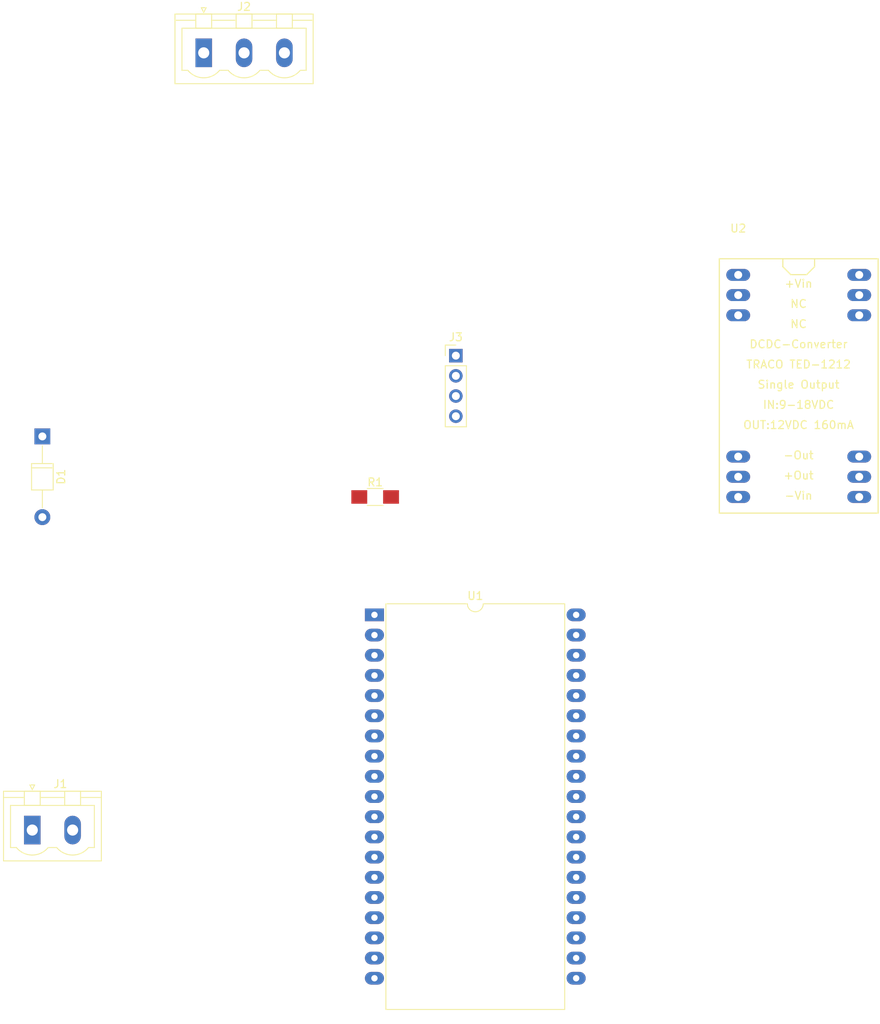
<source format=kicad_pcb>
(kicad_pcb (version 4) (host pcbnew 4.0.7)

  (general
    (links 20)
    (no_connects 20)
    (area 0 0 0 0)
    (thickness 1.6)
    (drawings 0)
    (tracks 0)
    (zones 0)
    (modules 7)
    (nets 40)
  )

  (page A4)
  (layers
    (0 F.Cu signal)
    (31 B.Cu signal)
    (32 B.Adhes user)
    (33 F.Adhes user)
    (34 B.Paste user)
    (35 F.Paste user)
    (36 B.SilkS user)
    (37 F.SilkS user)
    (38 B.Mask user)
    (39 F.Mask user)
    (40 Dwgs.User user)
    (41 Cmts.User user)
    (42 Eco1.User user)
    (43 Eco2.User user)
    (44 Edge.Cuts user)
    (45 Margin user)
    (46 B.CrtYd user)
    (47 F.CrtYd user)
    (48 B.Fab user)
    (49 F.Fab user)
  )

  (setup
    (last_trace_width 0.25)
    (trace_clearance 0.3)
    (zone_clearance 0.508)
    (zone_45_only no)
    (trace_min 0.2)
    (segment_width 0.2)
    (edge_width 0.15)
    (via_size 0.6)
    (via_drill 0.4)
    (via_min_size 0.4)
    (via_min_drill 0.3)
    (uvia_size 0.3)
    (uvia_drill 0.1)
    (uvias_allowed no)
    (uvia_min_size 0.2)
    (uvia_min_drill 0.1)
    (pcb_text_width 0.3)
    (pcb_text_size 1.5 1.5)
    (mod_edge_width 0.15)
    (mod_text_size 1 1)
    (mod_text_width 0.15)
    (pad_size 1.524 1.524)
    (pad_drill 0.762)
    (pad_to_mask_clearance 0.2)
    (aux_axis_origin 0 0)
    (visible_elements 7FFFFFFF)
    (pcbplotparams
      (layerselection 0x00030_80000001)
      (usegerberextensions false)
      (excludeedgelayer true)
      (linewidth 0.100000)
      (plotframeref false)
      (viasonmask false)
      (mode 1)
      (useauxorigin false)
      (hpglpennumber 1)
      (hpglpenspeed 20)
      (hpglpendiameter 15)
      (hpglpenoverlay 2)
      (psnegative false)
      (psa4output false)
      (plotreference true)
      (plotvalue true)
      (plotinvisibletext false)
      (padsonsilk false)
      (subtractmaskfromsilk false)
      (outputformat 1)
      (mirror false)
      (drillshape 1)
      (scaleselection 1)
      (outputdirectory ""))
  )

  (net 0 "")
  (net 1 "Net-(U1-Pad1)")
  (net 2 "Net-(U1-Pad21)")
  (net 3 "Net-(U1-Pad2)")
  (net 4 "Net-(U1-Pad22)")
  (net 5 "Net-(U1-Pad3)")
  (net 6 "Net-(U1-Pad23)")
  (net 7 "Net-(U1-Pad4)")
  (net 8 "Net-(U1-Pad5)")
  (net 9 "Net-(U1-Pad25)")
  (net 10 "Net-(U1-Pad6)")
  (net 11 "Net-(U1-Pad26)")
  (net 12 "Net-(U1-Pad7)")
  (net 13 "Net-(U1-Pad27)")
  (net 14 "Net-(U1-Pad8)")
  (net 15 "Net-(U1-Pad28)")
  (net 16 "Net-(U1-Pad9)")
  (net 17 "Net-(U1-Pad29)")
  (net 18 "Net-(U1-Pad10)")
  (net 19 "Net-(U1-Pad30)")
  (net 20 "Net-(U1-Pad11)")
  (net 21 "Net-(U1-Pad31)")
  (net 22 "Net-(U1-Pad12)")
  (net 23 "Net-(U1-Pad13)")
  (net 24 "Net-(U1-Pad34)")
  (net 25 "Net-(U1-Pad15)")
  (net 26 "Net-(U1-Pad35)")
  (net 27 "Net-(U1-Pad16)")
  (net 28 "Net-(U1-Pad17)")
  (net 29 "Net-(U1-Pad37)")
  (net 30 "Net-(U1-Pad18)")
  (net 31 VCC)
  (net 32 "Net-(U1-Pad20)")
  (net 33 GND)
  (net 34 +3V3)
  (net 35 /SCL)
  (net 36 /SDA)
  (net 37 "Net-(D1-Pad1)")
  (net 38 "Net-(D1-Pad2)")
  (net 39 /1W)

  (net_class Default "Dies ist die voreingestellte Netzklasse."
    (clearance 0.3)
    (trace_width 0.25)
    (via_dia 0.6)
    (via_drill 0.4)
    (uvia_dia 0.3)
    (uvia_drill 0.1)
    (add_net +3V3)
    (add_net /1W)
    (add_net /SCL)
    (add_net /SDA)
    (add_net GND)
    (add_net "Net-(D1-Pad1)")
    (add_net "Net-(D1-Pad2)")
    (add_net "Net-(U1-Pad1)")
    (add_net "Net-(U1-Pad10)")
    (add_net "Net-(U1-Pad11)")
    (add_net "Net-(U1-Pad12)")
    (add_net "Net-(U1-Pad13)")
    (add_net "Net-(U1-Pad15)")
    (add_net "Net-(U1-Pad16)")
    (add_net "Net-(U1-Pad17)")
    (add_net "Net-(U1-Pad18)")
    (add_net "Net-(U1-Pad2)")
    (add_net "Net-(U1-Pad20)")
    (add_net "Net-(U1-Pad21)")
    (add_net "Net-(U1-Pad22)")
    (add_net "Net-(U1-Pad23)")
    (add_net "Net-(U1-Pad25)")
    (add_net "Net-(U1-Pad26)")
    (add_net "Net-(U1-Pad27)")
    (add_net "Net-(U1-Pad28)")
    (add_net "Net-(U1-Pad29)")
    (add_net "Net-(U1-Pad3)")
    (add_net "Net-(U1-Pad30)")
    (add_net "Net-(U1-Pad31)")
    (add_net "Net-(U1-Pad34)")
    (add_net "Net-(U1-Pad35)")
    (add_net "Net-(U1-Pad37)")
    (add_net "Net-(U1-Pad4)")
    (add_net "Net-(U1-Pad5)")
    (add_net "Net-(U1-Pad6)")
    (add_net "Net-(U1-Pad7)")
    (add_net "Net-(U1-Pad8)")
    (add_net "Net-(U1-Pad9)")
    (add_net VCC)
  )

  (module ESP32:DIP-38_W25.4mm_LongPads (layer F.Cu) (tedit 59C178C6) (tstamp 59C1DF86)
    (at 119.2911 99.9236)
    (descr "38-lead dip package, row spacing 25.4 mm (1000 mils), LongPads")
    (tags "DIL DIP PDIP 2.54mm 25.4mm 1000mil LongPads")
    (path /59C1791F)
    (fp_text reference U1 (at 12.7 -2.39) (layer F.SilkS)
      (effects (font (size 1 1) (thickness 0.15)))
    )
    (fp_text value ESP32-DevKitC (at 12.7 50.65) (layer F.Fab)
      (effects (font (size 1 1) (thickness 0.15)))
    )
    (fp_line (start -1.27 -1.27) (end -1.27 -3.81) (layer F.CrtYd) (width 0.15))
    (fp_line (start -1.27 -3.81) (end 26.67 -3.81) (layer F.CrtYd) (width 0.15))
    (fp_line (start 26.67 -3.81) (end 26.67 -1.27) (layer F.CrtYd) (width 0.15))
    (fp_text user %R (at 12.7 24.13) (layer F.Fab)
      (effects (font (size 1 1) (thickness 0.15)))
    )
    (fp_line (start 1.255 -1.27) (end 25.145 -1.27) (layer F.Fab) (width 0.1))
    (fp_line (start 25.145 -1.27) (end 25.145 49.53) (layer F.Fab) (width 0.1))
    (fp_line (start 25.145 49.53) (end 0.255 49.53) (layer F.Fab) (width 0.1))
    (fp_line (start 0.255 49.53) (end 0.255 -0.27) (layer F.Fab) (width 0.1))
    (fp_line (start 0.255 -0.27) (end 1.255 -1.27) (layer F.Fab) (width 0.1))
    (fp_line (start 11.7 -1.39) (end 1.44 -1.39) (layer F.SilkS) (width 0.12))
    (fp_line (start 1.44 -1.39) (end 1.44 49.65) (layer F.SilkS) (width 0.12))
    (fp_line (start 1.44 49.65) (end 23.96 49.65) (layer F.SilkS) (width 0.12))
    (fp_line (start 23.96 49.65) (end 23.96 -1.39) (layer F.SilkS) (width 0.12))
    (fp_line (start 23.96 -1.39) (end 13.7 -1.39) (layer F.SilkS) (width 0.12))
    (fp_line (start -1.5 -1.6) (end -1.5 49.8) (layer F.CrtYd) (width 0.05))
    (fp_line (start -1.5 49.8) (end 26.9 49.8) (layer F.CrtYd) (width 0.05))
    (fp_line (start 26.9 49.8) (end 26.9 -1.6) (layer F.CrtYd) (width 0.05))
    (fp_line (start 26.9 -1.6) (end -1.5 -1.6) (layer F.CrtYd) (width 0.05))
    (fp_arc (start 12.7 -1.39) (end 11.7 -1.39) (angle -180) (layer F.SilkS) (width 0.12))
    (pad 1 thru_hole rect (at 0 0) (size 2.4 1.6) (drill 0.8) (layers *.Cu *.Mask)
      (net 1 "Net-(U1-Pad1)"))
    (pad 21 thru_hole oval (at 25.4 43.18) (size 2.4 1.6) (drill 0.8) (layers *.Cu *.Mask)
      (net 2 "Net-(U1-Pad21)"))
    (pad 2 thru_hole oval (at 0 2.54) (size 2.4 1.6) (drill 0.8) (layers *.Cu *.Mask)
      (net 3 "Net-(U1-Pad2)"))
    (pad 22 thru_hole oval (at 25.4 40.64) (size 2.4 1.6) (drill 0.8) (layers *.Cu *.Mask)
      (net 4 "Net-(U1-Pad22)"))
    (pad 3 thru_hole oval (at 0 5.08) (size 2.4 1.6) (drill 0.8) (layers *.Cu *.Mask)
      (net 5 "Net-(U1-Pad3)"))
    (pad 23 thru_hole oval (at 25.4 38.1) (size 2.4 1.6) (drill 0.8) (layers *.Cu *.Mask)
      (net 6 "Net-(U1-Pad23)"))
    (pad 4 thru_hole oval (at 0 7.62) (size 2.4 1.6) (drill 0.8) (layers *.Cu *.Mask)
      (net 7 "Net-(U1-Pad4)"))
    (pad 24 thru_hole oval (at 25.4 35.56) (size 2.4 1.6) (drill 0.8) (layers *.Cu *.Mask)
      (net 39 /1W))
    (pad 5 thru_hole oval (at 0 10.16) (size 2.4 1.6) (drill 0.8) (layers *.Cu *.Mask)
      (net 8 "Net-(U1-Pad5)"))
    (pad 25 thru_hole oval (at 25.4 33.02) (size 2.4 1.6) (drill 0.8) (layers *.Cu *.Mask)
      (net 9 "Net-(U1-Pad25)"))
    (pad 6 thru_hole oval (at 0 12.7) (size 2.4 1.6) (drill 0.8) (layers *.Cu *.Mask)
      (net 10 "Net-(U1-Pad6)"))
    (pad 26 thru_hole oval (at 25.4 30.48) (size 2.4 1.6) (drill 0.8) (layers *.Cu *.Mask)
      (net 11 "Net-(U1-Pad26)"))
    (pad 7 thru_hole oval (at 0 15.24) (size 2.4 1.6) (drill 0.8) (layers *.Cu *.Mask)
      (net 12 "Net-(U1-Pad7)"))
    (pad 27 thru_hole oval (at 25.4 27.94) (size 2.4 1.6) (drill 0.8) (layers *.Cu *.Mask)
      (net 13 "Net-(U1-Pad27)"))
    (pad 8 thru_hole oval (at 0 17.78) (size 2.4 1.6) (drill 0.8) (layers *.Cu *.Mask)
      (net 14 "Net-(U1-Pad8)"))
    (pad 28 thru_hole oval (at 25.4 25.4) (size 2.4 1.6) (drill 0.8) (layers *.Cu *.Mask)
      (net 15 "Net-(U1-Pad28)"))
    (pad 9 thru_hole oval (at 0 20.32) (size 2.4 1.6) (drill 0.8) (layers *.Cu *.Mask)
      (net 16 "Net-(U1-Pad9)"))
    (pad 29 thru_hole oval (at 25.4 22.86) (size 2.4 1.6) (drill 0.8) (layers *.Cu *.Mask)
      (net 17 "Net-(U1-Pad29)"))
    (pad 10 thru_hole oval (at 0 22.86) (size 2.4 1.6) (drill 0.8) (layers *.Cu *.Mask)
      (net 18 "Net-(U1-Pad10)"))
    (pad 30 thru_hole oval (at 25.4 20.32) (size 2.4 1.6) (drill 0.8) (layers *.Cu *.Mask)
      (net 19 "Net-(U1-Pad30)"))
    (pad 11 thru_hole oval (at 0 25.4) (size 2.4 1.6) (drill 0.8) (layers *.Cu *.Mask)
      (net 20 "Net-(U1-Pad11)"))
    (pad 31 thru_hole oval (at 25.4 17.78) (size 2.4 1.6) (drill 0.8) (layers *.Cu *.Mask)
      (net 21 "Net-(U1-Pad31)"))
    (pad 12 thru_hole oval (at 0 27.94) (size 2.4 1.6) (drill 0.8) (layers *.Cu *.Mask)
      (net 22 "Net-(U1-Pad12)"))
    (pad 32 thru_hole oval (at 25.4 15.24) (size 2.4 1.6) (drill 0.8) (layers *.Cu *.Mask)
      (net 33 GND))
    (pad 13 thru_hole oval (at 0 30.48) (size 2.4 1.6) (drill 0.8) (layers *.Cu *.Mask)
      (net 23 "Net-(U1-Pad13)"))
    (pad 33 thru_hole oval (at 25.4 12.7) (size 2.4 1.6) (drill 0.8) (layers *.Cu *.Mask)
      (net 36 /SDA))
    (pad 14 thru_hole oval (at 0 33.02) (size 2.4 1.6) (drill 0.8) (layers *.Cu *.Mask)
      (net 33 GND))
    (pad 34 thru_hole oval (at 25.4 10.16) (size 2.4 1.6) (drill 0.8) (layers *.Cu *.Mask)
      (net 24 "Net-(U1-Pad34)"))
    (pad 15 thru_hole oval (at 0 35.56) (size 2.4 1.6) (drill 0.8) (layers *.Cu *.Mask)
      (net 25 "Net-(U1-Pad15)"))
    (pad 35 thru_hole oval (at 25.4 7.62) (size 2.4 1.6) (drill 0.8) (layers *.Cu *.Mask)
      (net 26 "Net-(U1-Pad35)"))
    (pad 16 thru_hole oval (at 0 38.1) (size 2.4 1.6) (drill 0.8) (layers *.Cu *.Mask)
      (net 27 "Net-(U1-Pad16)"))
    (pad 36 thru_hole oval (at 25.4 5.08) (size 2.4 1.6) (drill 0.8) (layers *.Cu *.Mask)
      (net 35 /SCL))
    (pad 17 thru_hole oval (at 0 40.64) (size 2.4 1.6) (drill 0.8) (layers *.Cu *.Mask)
      (net 28 "Net-(U1-Pad17)"))
    (pad 37 thru_hole oval (at 25.4 2.54) (size 2.4 1.6) (drill 0.8) (layers *.Cu *.Mask)
      (net 29 "Net-(U1-Pad37)"))
    (pad 18 thru_hole oval (at 0 43.18) (size 2.4 1.6) (drill 0.8) (layers *.Cu *.Mask)
      (net 30 "Net-(U1-Pad18)"))
    (pad 38 thru_hole oval (at 25.4 0) (size 2.4 1.6) (drill 0.8) (layers *.Cu *.Mask)
      (net 33 GND))
    (pad 19 thru_hole oval (at 0 45.72) (size 2.4 1.6) (drill 0.8) (layers *.Cu *.Mask)
      (net 31 VCC))
    (pad 20 thru_hole oval (at 25.4 45.72) (size 2.4 1.6) (drill 0.8) (layers *.Cu *.Mask)
      (net 32 "Net-(U1-Pad20)"))
    (model ${KISYS3DMOD}/Housings_DIP.3dshapes/DIP-40_W25.4mm_LongPads.wrl
      (at (xyz 0 0 0))
      (scale (xyz 1 1 1))
      (rotate (xyz 0 0 0))
    )
  )

  (module Diodes_THT:D_T-1_P10.16mm_Horizontal (layer F.Cu) (tedit 5921392F) (tstamp 59C560EF)
    (at 77.47 77.47 270)
    (descr "D, T-1 series, Axial, Horizontal, pin pitch=10.16mm, , length*diameter=3.2*2.6mm^2, , http://www.diodes.com/_files/packages/T-1.pdf")
    (tags "D T-1 series Axial Horizontal pin pitch 10.16mm  length 3.2mm diameter 2.6mm")
    (path /59C5598A)
    (fp_text reference D1 (at 5.08 -2.36 270) (layer F.SilkS)
      (effects (font (size 1 1) (thickness 0.15)))
    )
    (fp_text value 1N4148 (at 5.08 2.36 270) (layer F.Fab)
      (effects (font (size 1 1) (thickness 0.15)))
    )
    (fp_text user %R (at 5.08 0 270) (layer F.Fab)
      (effects (font (size 1 1) (thickness 0.15)))
    )
    (fp_line (start 3.48 -1.3) (end 3.48 1.3) (layer F.Fab) (width 0.1))
    (fp_line (start 3.48 1.3) (end 6.68 1.3) (layer F.Fab) (width 0.1))
    (fp_line (start 6.68 1.3) (end 6.68 -1.3) (layer F.Fab) (width 0.1))
    (fp_line (start 6.68 -1.3) (end 3.48 -1.3) (layer F.Fab) (width 0.1))
    (fp_line (start 0 0) (end 3.48 0) (layer F.Fab) (width 0.1))
    (fp_line (start 10.16 0) (end 6.68 0) (layer F.Fab) (width 0.1))
    (fp_line (start 3.96 -1.3) (end 3.96 1.3) (layer F.Fab) (width 0.1))
    (fp_line (start 3.42 -1.36) (end 3.42 1.36) (layer F.SilkS) (width 0.12))
    (fp_line (start 3.42 1.36) (end 6.74 1.36) (layer F.SilkS) (width 0.12))
    (fp_line (start 6.74 1.36) (end 6.74 -1.36) (layer F.SilkS) (width 0.12))
    (fp_line (start 6.74 -1.36) (end 3.42 -1.36) (layer F.SilkS) (width 0.12))
    (fp_line (start 1.18 0) (end 3.42 0) (layer F.SilkS) (width 0.12))
    (fp_line (start 8.98 0) (end 6.74 0) (layer F.SilkS) (width 0.12))
    (fp_line (start 3.96 -1.36) (end 3.96 1.36) (layer F.SilkS) (width 0.12))
    (fp_line (start -1.25 -1.65) (end -1.25 1.65) (layer F.CrtYd) (width 0.05))
    (fp_line (start -1.25 1.65) (end 11.45 1.65) (layer F.CrtYd) (width 0.05))
    (fp_line (start 11.45 1.65) (end 11.45 -1.65) (layer F.CrtYd) (width 0.05))
    (fp_line (start 11.45 -1.65) (end -1.25 -1.65) (layer F.CrtYd) (width 0.05))
    (pad 1 thru_hole rect (at 0 0 270) (size 2 2) (drill 1) (layers *.Cu *.Mask)
      (net 37 "Net-(D1-Pad1)"))
    (pad 2 thru_hole oval (at 10.16 0 270) (size 2 2) (drill 1) (layers *.Cu *.Mask)
      (net 38 "Net-(D1-Pad2)"))
    (model ${KISYS3DMOD}/Diodes_THT.3dshapes/D_T-1_P10.16mm_Horizontal.wrl
      (at (xyz 0 0 0))
      (scale (xyz 0.393701 0.393701 0.393701))
      (rotate (xyz 0 0 0))
    )
  )

  (module Pin_Headers:Pin_Header_Straight_1x04_Pitch2.54mm (layer F.Cu) (tedit 59650532) (tstamp 59C560F7)
    (at 129.54 67.31)
    (descr "Through hole straight pin header, 1x04, 2.54mm pitch, single row")
    (tags "Through hole pin header THT 1x04 2.54mm single row")
    (path /59C4128E)
    (fp_text reference J3 (at 0 -2.33) (layer F.SilkS)
      (effects (font (size 1 1) (thickness 0.15)))
    )
    (fp_text value Conn_01x04 (at 0 9.95) (layer F.Fab)
      (effects (font (size 1 1) (thickness 0.15)))
    )
    (fp_line (start -0.635 -1.27) (end 1.27 -1.27) (layer F.Fab) (width 0.1))
    (fp_line (start 1.27 -1.27) (end 1.27 8.89) (layer F.Fab) (width 0.1))
    (fp_line (start 1.27 8.89) (end -1.27 8.89) (layer F.Fab) (width 0.1))
    (fp_line (start -1.27 8.89) (end -1.27 -0.635) (layer F.Fab) (width 0.1))
    (fp_line (start -1.27 -0.635) (end -0.635 -1.27) (layer F.Fab) (width 0.1))
    (fp_line (start -1.33 8.95) (end 1.33 8.95) (layer F.SilkS) (width 0.12))
    (fp_line (start -1.33 1.27) (end -1.33 8.95) (layer F.SilkS) (width 0.12))
    (fp_line (start 1.33 1.27) (end 1.33 8.95) (layer F.SilkS) (width 0.12))
    (fp_line (start -1.33 1.27) (end 1.33 1.27) (layer F.SilkS) (width 0.12))
    (fp_line (start -1.33 0) (end -1.33 -1.33) (layer F.SilkS) (width 0.12))
    (fp_line (start -1.33 -1.33) (end 0 -1.33) (layer F.SilkS) (width 0.12))
    (fp_line (start -1.8 -1.8) (end -1.8 9.4) (layer F.CrtYd) (width 0.05))
    (fp_line (start -1.8 9.4) (end 1.8 9.4) (layer F.CrtYd) (width 0.05))
    (fp_line (start 1.8 9.4) (end 1.8 -1.8) (layer F.CrtYd) (width 0.05))
    (fp_line (start 1.8 -1.8) (end -1.8 -1.8) (layer F.CrtYd) (width 0.05))
    (fp_text user %R (at 0 3.81 90) (layer F.Fab)
      (effects (font (size 1 1) (thickness 0.15)))
    )
    (pad 1 thru_hole rect (at 0 0) (size 1.7 1.7) (drill 1) (layers *.Cu *.Mask)
      (net 33 GND))
    (pad 2 thru_hole oval (at 0 2.54) (size 1.7 1.7) (drill 1) (layers *.Cu *.Mask)
      (net 34 +3V3))
    (pad 3 thru_hole oval (at 0 5.08) (size 1.7 1.7) (drill 1) (layers *.Cu *.Mask)
      (net 35 /SCL))
    (pad 4 thru_hole oval (at 0 7.62) (size 1.7 1.7) (drill 1) (layers *.Cu *.Mask)
      (net 36 /SDA))
    (model ${KISYS3DMOD}/Pin_Headers.3dshapes/Pin_Header_Straight_1x04_Pitch2.54mm.wrl
      (at (xyz 0 0 0))
      (scale (xyz 1 1 1))
      (rotate (xyz 0 0 0))
    )
  )

  (module Converters_DCDC_ACDC:DCDC-Conv_TRACO_TED-1212_Single_9-18VDCto12VDC160mA (layer F.Cu) (tedit 54B1C911) (tstamp 59C56107)
    (at 165.1 57.15)
    (descr "DCDC-Converter, TRACO, TED-1212, Single output, 9-18VDC to 12VDC 160m, RevA")
    (tags "DCDC-Converter, TRACO, TED-1212, Single output, 9-18VDC to 12VDC 160m, RevA")
    (path /59C55C3B)
    (fp_text reference U2 (at 0 -5.85) (layer F.SilkS)
      (effects (font (size 1 1) (thickness 0.15)))
    )
    (fp_text value DC/DC-Converter (at 0 -3.85) (layer F.Fab)
      (effects (font (size 1 1) (thickness 0.15)))
    )
    (fp_text user "OUT:12VDC 160mA" (at 7.6 18.88) (layer F.SilkS)
      (effects (font (size 1 1) (thickness 0.15)))
    )
    (fp_text user IN:9-18VDC (at 7.6 16.34) (layer F.SilkS)
      (effects (font (size 1 1) (thickness 0.15)))
    )
    (fp_text user "Single Output" (at 7.6 13.8) (layer F.SilkS)
      (effects (font (size 1 1) (thickness 0.15)))
    )
    (fp_text user -Out (at 7.6 22.69) (layer F.SilkS)
      (effects (font (size 1 1) (thickness 0.15)))
    )
    (fp_text user +Out (at 7.6 25.23) (layer F.SilkS)
      (effects (font (size 1 1) (thickness 0.15)))
    )
    (fp_text user -Vin (at 7.6 27.77) (layer F.SilkS)
      (effects (font (size 1 1) (thickness 0.15)))
    )
    (fp_text user NC (at 7.6 6.18) (layer F.SilkS)
      (effects (font (size 1 1) (thickness 0.15)))
    )
    (fp_text user NC (at 7.6 3.64) (layer F.SilkS)
      (effects (font (size 1 1) (thickness 0.15)))
    )
    (fp_text user +Vin (at 7.6 1.1) (layer F.SilkS)
      (effects (font (size 1 1) (thickness 0.15)))
    )
    (fp_text user "TRACO TED-1212" (at 7.6 11.26) (layer F.SilkS)
      (effects (font (size 1 1) (thickness 0.15)))
    )
    (fp_text user DCDC-Converter (at 7.6 8.72) (layer F.SilkS)
      (effects (font (size 1 1) (thickness 0.15)))
    )
    (fp_line (start -2.65 -2.3) (end -2.65 30.2) (layer F.CrtYd) (width 0.05))
    (fp_line (start 17.85 -2.3) (end 17.85 30.2) (layer F.CrtYd) (width 0.05))
    (fp_line (start -2.65 -2.3) (end 17.85 -2.3) (layer F.CrtYd) (width 0.05))
    (fp_line (start -2.65 30.2) (end 17.85 30.2) (layer F.CrtYd) (width 0.05))
    (fp_line (start 5.62102 -2.02946) (end 5.62102 -1.03124) (layer F.SilkS) (width 0.15))
    (fp_line (start 5.62102 -1.03124) (end 6.61924 -0.03048) (layer F.SilkS) (width 0.15))
    (fp_line (start 6.61924 -0.03048) (end 8.62076 -0.03048) (layer F.SilkS) (width 0.15))
    (fp_line (start 8.62076 -0.03048) (end 9.61898 -1.03124) (layer F.SilkS) (width 0.15))
    (fp_line (start 9.61898 -1.03124) (end 9.61898 -2.02946) (layer F.SilkS) (width 0.15))
    (fp_line (start 17.62 29.9695) (end 17.62 -2.02946) (layer F.SilkS) (width 0.15))
    (fp_line (start 17.62 -2.02946) (end -2.37998 -2.02946) (layer F.SilkS) (width 0.15))
    (fp_line (start -2.37998 -2.02946) (end -2.37998 29.9695) (layer F.SilkS) (width 0.15))
    (fp_line (start -2.37998 29.9695) (end 17.62 29.9695) (layer F.SilkS) (width 0.15))
    (pad 1 thru_hole oval (at 0 0) (size 2.99974 1.50114) (drill 1.00076) (layers *.Cu *.Mask)
      (net 37 "Net-(D1-Pad1)"))
    (pad 2 thru_hole oval (at 0 2.54) (size 2.99974 1.50114) (drill 1.00076) (layers *.Cu *.Mask))
    (pad 3 thru_hole oval (at 0 5.08) (size 2.99974 1.50114) (drill 1.00076) (layers *.Cu *.Mask))
    (pad 10 thru_hole oval (at 0 22.86) (size 2.99974 1.50114) (drill 1.00076) (layers *.Cu *.Mask)
      (net 33 GND))
    (pad 11 thru_hole oval (at 0 25.4) (size 2.99974 1.50114) (drill 1.00076) (layers *.Cu *.Mask)
      (net 31 VCC))
    (pad 12 thru_hole oval (at 0 27.94) (size 2.99974 1.50114) (drill 1.00076) (layers *.Cu *.Mask)
      (net 33 GND))
    (pad 13 thru_hole oval (at 15.24 27.94) (size 2.99974 1.50114) (drill 1.00076) (layers *.Cu *.Mask)
      (net 33 GND))
    (pad 14 thru_hole oval (at 15.24 25.4) (size 2.99974 1.50114) (drill 1.00076) (layers *.Cu *.Mask)
      (net 31 VCC))
    (pad 15 thru_hole oval (at 15.24 22.86) (size 2.99974 1.50114) (drill 1.00076) (layers *.Cu *.Mask)
      (net 33 GND))
    (pad 22 thru_hole oval (at 15.24 5.08) (size 2.99974 1.50114) (drill 1.00076) (layers *.Cu *.Mask))
    (pad 23 thru_hole oval (at 15.24 2.54) (size 2.99974 1.50114) (drill 1.00076) (layers *.Cu *.Mask))
    (pad 24 thru_hole oval (at 15.24 0) (size 2.99974 1.50114) (drill 1.00076) (layers *.Cu *.Mask)
      (net 37 "Net-(D1-Pad1)"))
  )

  (module Resistors_SMD:R_1206_HandSoldering (layer F.Cu) (tedit 58E0A804) (tstamp 59C561A4)
    (at 119.38 85.09)
    (descr "Resistor SMD 1206, hand soldering")
    (tags "resistor 1206")
    (path /59C57304)
    (attr smd)
    (fp_text reference R1 (at 0 -1.85) (layer F.SilkS)
      (effects (font (size 1 1) (thickness 0.15)))
    )
    (fp_text value 4k7 (at 0 1.9) (layer F.Fab)
      (effects (font (size 1 1) (thickness 0.15)))
    )
    (fp_text user %R (at 0 0) (layer F.Fab)
      (effects (font (size 0.7 0.7) (thickness 0.105)))
    )
    (fp_line (start -1.6 0.8) (end -1.6 -0.8) (layer F.Fab) (width 0.1))
    (fp_line (start 1.6 0.8) (end -1.6 0.8) (layer F.Fab) (width 0.1))
    (fp_line (start 1.6 -0.8) (end 1.6 0.8) (layer F.Fab) (width 0.1))
    (fp_line (start -1.6 -0.8) (end 1.6 -0.8) (layer F.Fab) (width 0.1))
    (fp_line (start 1 1.07) (end -1 1.07) (layer F.SilkS) (width 0.12))
    (fp_line (start -1 -1.07) (end 1 -1.07) (layer F.SilkS) (width 0.12))
    (fp_line (start -3.25 -1.11) (end 3.25 -1.11) (layer F.CrtYd) (width 0.05))
    (fp_line (start -3.25 -1.11) (end -3.25 1.1) (layer F.CrtYd) (width 0.05))
    (fp_line (start 3.25 1.1) (end 3.25 -1.11) (layer F.CrtYd) (width 0.05))
    (fp_line (start 3.25 1.1) (end -3.25 1.1) (layer F.CrtYd) (width 0.05))
    (pad 1 smd rect (at -2 0) (size 2 1.7) (layers F.Cu F.Paste F.Mask)
      (net 39 /1W))
    (pad 2 smd rect (at 2 0) (size 2 1.7) (layers F.Cu F.Paste F.Mask)
      (net 31 VCC))
    (model ${KISYS3DMOD}/Resistors_SMD.3dshapes/R_1206.wrl
      (at (xyz 0 0 0))
      (scale (xyz 1 1 1))
      (rotate (xyz 0 0 0))
    )
  )

  (module Connectors_Phoenix:PhoenixContact_MSTBVA-G_02x5.08mm_Vertical (layer F.Cu) (tedit 59566E5C) (tstamp 59C563C0)
    (at 76.2 127)
    (descr "Generic Phoenix Contact connector footprint for series: MSTBVA-G; number of pins: 02; pin pitch: 5.08mm; Vertical || order number: 1755736 12A || order number: 1924305 16A (HC)")
    (tags "phoenix_contact connector MSTBVA_01x02_G_5.08mm")
    (path /59C53847)
    (fp_text reference J1 (at 3.54 -5.8) (layer F.SilkS)
      (effects (font (size 1 1) (thickness 0.15)))
    )
    (fp_text value "Power In" (at 2.54 4.8) (layer F.Fab)
      (effects (font (size 1 1) (thickness 0.15)))
    )
    (fp_arc (start 0 0.55) (end -2 2.2) (angle -100.5) (layer F.SilkS) (width 0.12))
    (fp_arc (start 5.08 0.55) (end 3.08 2.2) (angle -100.5) (layer F.SilkS) (width 0.12))
    (fp_line (start -3.62 -4.88) (end -3.62 3.88) (layer F.SilkS) (width 0.12))
    (fp_line (start -3.62 3.88) (end 8.7 3.88) (layer F.SilkS) (width 0.12))
    (fp_line (start 8.7 3.88) (end 8.7 -4.88) (layer F.SilkS) (width 0.12))
    (fp_line (start 8.7 -4.88) (end -3.62 -4.88) (layer F.SilkS) (width 0.12))
    (fp_line (start -3.54 -4.8) (end -3.54 3.8) (layer F.Fab) (width 0.1))
    (fp_line (start -3.54 3.8) (end 8.62 3.8) (layer F.Fab) (width 0.1))
    (fp_line (start 8.62 3.8) (end 8.62 -4.8) (layer F.Fab) (width 0.1))
    (fp_line (start 8.62 -4.8) (end -3.54 -4.8) (layer F.Fab) (width 0.1))
    (fp_line (start -3.62 -4.1) (end -1.08 -4.1) (layer F.SilkS) (width 0.12))
    (fp_line (start 8.7 -4.1) (end 6.16 -4.1) (layer F.SilkS) (width 0.12))
    (fp_line (start 1 -4.1) (end 4.08 -4.1) (layer F.SilkS) (width 0.12))
    (fp_line (start -1 -3.1) (end -1 -4.88) (layer F.SilkS) (width 0.12))
    (fp_line (start -1 -4.88) (end 1 -4.88) (layer F.SilkS) (width 0.12))
    (fp_line (start 1 -4.88) (end 1 -3.1) (layer F.SilkS) (width 0.12))
    (fp_line (start 1 -3.1) (end -1 -3.1) (layer F.SilkS) (width 0.12))
    (fp_line (start 4.08 -3.1) (end 4.08 -4.88) (layer F.SilkS) (width 0.12))
    (fp_line (start 4.08 -4.88) (end 6.08 -4.88) (layer F.SilkS) (width 0.12))
    (fp_line (start 6.08 -4.88) (end 6.08 -3.1) (layer F.SilkS) (width 0.12))
    (fp_line (start 6.08 -3.1) (end 4.08 -3.1) (layer F.SilkS) (width 0.12))
    (fp_line (start 2 2.2) (end 3.08 2.2) (layer F.SilkS) (width 0.12))
    (fp_line (start -2 2.2) (end -2.74 2.2) (layer F.SilkS) (width 0.12))
    (fp_line (start -2.74 2.2) (end -2.74 -3.1) (layer F.SilkS) (width 0.12))
    (fp_line (start -2.74 -3.1) (end 7.82 -3.1) (layer F.SilkS) (width 0.12))
    (fp_line (start 7.82 -3.1) (end 7.82 2.2) (layer F.SilkS) (width 0.12))
    (fp_line (start 7.82 2.2) (end 7.08 2.2) (layer F.SilkS) (width 0.12))
    (fp_line (start -4.04 -5.3) (end -4.04 4.3) (layer F.CrtYd) (width 0.05))
    (fp_line (start -4.04 4.3) (end 9.12 4.3) (layer F.CrtYd) (width 0.05))
    (fp_line (start 9.12 4.3) (end 9.12 -5.3) (layer F.CrtYd) (width 0.05))
    (fp_line (start 9.12 -5.3) (end -4.04 -5.3) (layer F.CrtYd) (width 0.05))
    (fp_line (start 0.3 -5.68) (end 0 -5.08) (layer F.SilkS) (width 0.12))
    (fp_line (start 0 -5.08) (end -0.3 -5.68) (layer F.SilkS) (width 0.12))
    (fp_line (start -0.3 -5.68) (end 0.3 -5.68) (layer F.SilkS) (width 0.12))
    (fp_line (start 0.5 -3.55) (end 0 -2.55) (layer F.Fab) (width 0.1))
    (fp_line (start 0 -2.55) (end -0.5 -3.55) (layer F.Fab) (width 0.1))
    (fp_line (start -0.5 -3.55) (end 0.5 -3.55) (layer F.Fab) (width 0.1))
    (fp_text user %R (at 3.54 -3) (layer F.Fab)
      (effects (font (size 1 1) (thickness 0.15)))
    )
    (pad 1 thru_hole rect (at 0 0) (size 2.08 3.6) (drill 1.4) (layers *.Cu *.Mask)
      (net 33 GND))
    (pad 2 thru_hole oval (at 5.08 0) (size 2.08 3.6) (drill 1.4) (layers *.Cu *.Mask)
      (net 38 "Net-(D1-Pad2)"))
    (model ${KISYS3DMOD}/Connectors_Phoenix.3dshapes/PhoenixContact_MSTBVA-G_02x5.08mm_Vertical.wrl
      (at (xyz 0 0 0))
      (scale (xyz 1 1 1))
      (rotate (xyz 0 0 0))
    )
  )

  (module Connectors_Phoenix:PhoenixContact_MSTBVA-G_03x5.08mm_Vertical (layer F.Cu) (tedit 59566E5D) (tstamp 59C563E6)
    (at 97.79 29.21)
    (descr "Generic Phoenix Contact connector footprint for series: MSTBVA-G; number of pins: 03; pin pitch: 5.08mm; Vertical || order number: 1755749 12A || order number: 1924318 16A (HC)")
    (tags "phoenix_contact connector MSTBVA_01x03_G_5.08mm")
    (path /59C575A9)
    (fp_text reference J2 (at 5.08 -5.8) (layer F.SilkS)
      (effects (font (size 1 1) (thickness 0.15)))
    )
    (fp_text value 1WireBus (at 5.08 4.8) (layer F.Fab)
      (effects (font (size 1 1) (thickness 0.15)))
    )
    (fp_arc (start 0 0.55) (end -2 2.2) (angle -100.5) (layer F.SilkS) (width 0.12))
    (fp_arc (start 5.08 0.55) (end 3.08 2.2) (angle -100.5) (layer F.SilkS) (width 0.12))
    (fp_arc (start 10.16 0.55) (end 8.16 2.2) (angle -100.5) (layer F.SilkS) (width 0.12))
    (fp_line (start -3.62 -4.88) (end -3.62 3.88) (layer F.SilkS) (width 0.12))
    (fp_line (start -3.62 3.88) (end 13.78 3.88) (layer F.SilkS) (width 0.12))
    (fp_line (start 13.78 3.88) (end 13.78 -4.88) (layer F.SilkS) (width 0.12))
    (fp_line (start 13.78 -4.88) (end -3.62 -4.88) (layer F.SilkS) (width 0.12))
    (fp_line (start -3.54 -4.8) (end -3.54 3.8) (layer F.Fab) (width 0.1))
    (fp_line (start -3.54 3.8) (end 13.7 3.8) (layer F.Fab) (width 0.1))
    (fp_line (start 13.7 3.8) (end 13.7 -4.8) (layer F.Fab) (width 0.1))
    (fp_line (start 13.7 -4.8) (end -3.54 -4.8) (layer F.Fab) (width 0.1))
    (fp_line (start -3.62 -4.1) (end -1.08 -4.1) (layer F.SilkS) (width 0.12))
    (fp_line (start 13.78 -4.1) (end 11.24 -4.1) (layer F.SilkS) (width 0.12))
    (fp_line (start 1 -4.1) (end 4.08 -4.1) (layer F.SilkS) (width 0.12))
    (fp_line (start 6.08 -4.1) (end 9.16 -4.1) (layer F.SilkS) (width 0.12))
    (fp_line (start -1 -3.1) (end -1 -4.88) (layer F.SilkS) (width 0.12))
    (fp_line (start -1 -4.88) (end 1 -4.88) (layer F.SilkS) (width 0.12))
    (fp_line (start 1 -4.88) (end 1 -3.1) (layer F.SilkS) (width 0.12))
    (fp_line (start 1 -3.1) (end -1 -3.1) (layer F.SilkS) (width 0.12))
    (fp_line (start 4.08 -3.1) (end 4.08 -4.88) (layer F.SilkS) (width 0.12))
    (fp_line (start 4.08 -4.88) (end 6.08 -4.88) (layer F.SilkS) (width 0.12))
    (fp_line (start 6.08 -4.88) (end 6.08 -3.1) (layer F.SilkS) (width 0.12))
    (fp_line (start 6.08 -3.1) (end 4.08 -3.1) (layer F.SilkS) (width 0.12))
    (fp_line (start 9.16 -3.1) (end 9.16 -4.88) (layer F.SilkS) (width 0.12))
    (fp_line (start 9.16 -4.88) (end 11.16 -4.88) (layer F.SilkS) (width 0.12))
    (fp_line (start 11.16 -4.88) (end 11.16 -3.1) (layer F.SilkS) (width 0.12))
    (fp_line (start 11.16 -3.1) (end 9.16 -3.1) (layer F.SilkS) (width 0.12))
    (fp_line (start 2 2.2) (end 3.08 2.2) (layer F.SilkS) (width 0.12))
    (fp_line (start 7.08 2.2) (end 8.16 2.2) (layer F.SilkS) (width 0.12))
    (fp_line (start -2 2.2) (end -2.74 2.2) (layer F.SilkS) (width 0.12))
    (fp_line (start -2.74 2.2) (end -2.74 -3.1) (layer F.SilkS) (width 0.12))
    (fp_line (start -2.74 -3.1) (end 12.9 -3.1) (layer F.SilkS) (width 0.12))
    (fp_line (start 12.9 -3.1) (end 12.9 2.2) (layer F.SilkS) (width 0.12))
    (fp_line (start 12.9 2.2) (end 12.16 2.2) (layer F.SilkS) (width 0.12))
    (fp_line (start -4.04 -5.3) (end -4.04 4.3) (layer F.CrtYd) (width 0.05))
    (fp_line (start -4.04 4.3) (end 14.2 4.3) (layer F.CrtYd) (width 0.05))
    (fp_line (start 14.2 4.3) (end 14.2 -5.3) (layer F.CrtYd) (width 0.05))
    (fp_line (start 14.2 -5.3) (end -4.04 -5.3) (layer F.CrtYd) (width 0.05))
    (fp_line (start 0.3 -5.68) (end 0 -5.08) (layer F.SilkS) (width 0.12))
    (fp_line (start 0 -5.08) (end -0.3 -5.68) (layer F.SilkS) (width 0.12))
    (fp_line (start -0.3 -5.68) (end 0.3 -5.68) (layer F.SilkS) (width 0.12))
    (fp_line (start 0.5 -3.55) (end 0 -2.55) (layer F.Fab) (width 0.1))
    (fp_line (start 0 -2.55) (end -0.5 -3.55) (layer F.Fab) (width 0.1))
    (fp_line (start -0.5 -3.55) (end 0.5 -3.55) (layer F.Fab) (width 0.1))
    (fp_text user %R (at 5.08 -3) (layer F.Fab)
      (effects (font (size 1 1) (thickness 0.15)))
    )
    (pad 1 thru_hole rect (at 0 0) (size 2.08 3.6) (drill 1.4) (layers *.Cu *.Mask)
      (net 33 GND))
    (pad 2 thru_hole oval (at 5.08 0) (size 2.08 3.6) (drill 1.4) (layers *.Cu *.Mask)
      (net 39 /1W))
    (pad 3 thru_hole oval (at 10.16 0) (size 2.08 3.6) (drill 1.4) (layers *.Cu *.Mask)
      (net 31 VCC))
    (model ${KISYS3DMOD}/Connectors_Phoenix.3dshapes/PhoenixContact_MSTBVA-G_03x5.08mm_Vertical.wrl
      (at (xyz 0 0 0))
      (scale (xyz 1 1 1))
      (rotate (xyz 0 0 0))
    )
  )

)

</source>
